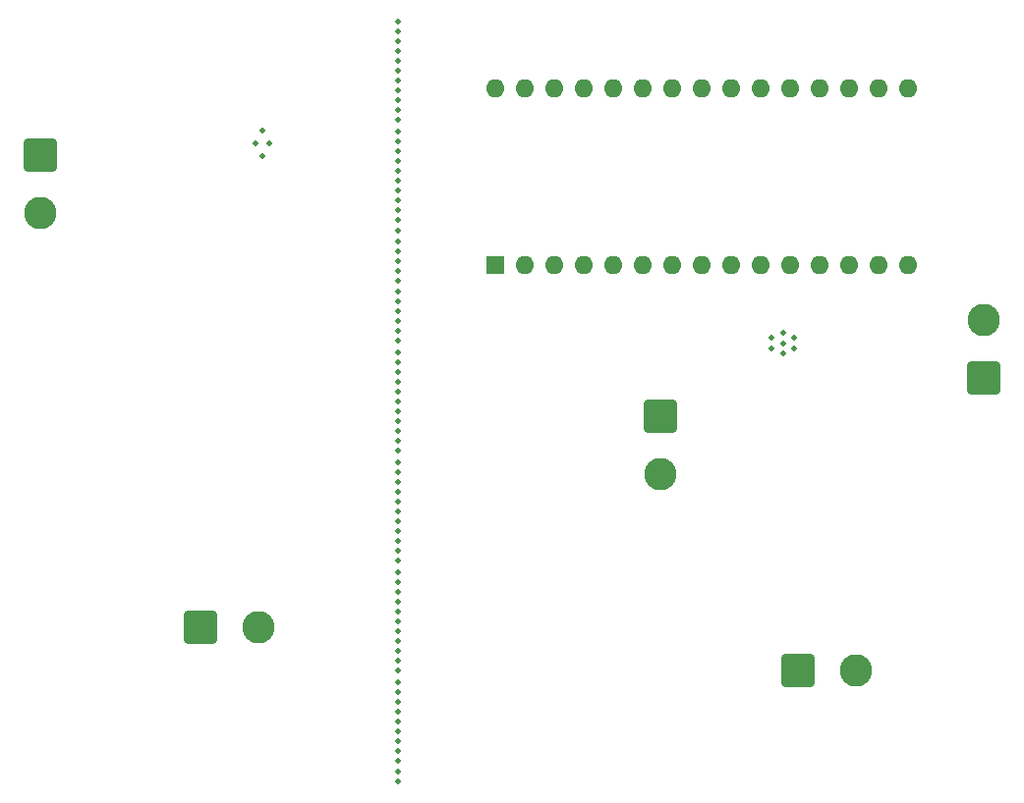
<source format=gbr>
%TF.GenerationSoftware,KiCad,Pcbnew,9.0.6*%
%TF.CreationDate,2026-01-16T13:55:08+01:00*%
%TF.ProjectId,Buck,4275636b-2e6b-4696-9361-645f70636258,rev?*%
%TF.SameCoordinates,Original*%
%TF.FileFunction,Soldermask,Bot*%
%TF.FilePolarity,Negative*%
%FSLAX46Y46*%
G04 Gerber Fmt 4.6, Leading zero omitted, Abs format (unit mm)*
G04 Created by KiCad (PCBNEW 9.0.6) date 2026-01-16 13:55:08*
%MOMM*%
%LPD*%
G01*
G04 APERTURE LIST*
G04 Aperture macros list*
%AMRoundRect*
0 Rectangle with rounded corners*
0 $1 Rounding radius*
0 $2 $3 $4 $5 $6 $7 $8 $9 X,Y pos of 4 corners*
0 Add a 4 corners polygon primitive as box body*
4,1,4,$2,$3,$4,$5,$6,$7,$8,$9,$2,$3,0*
0 Add four circle primitives for the rounded corners*
1,1,$1+$1,$2,$3*
1,1,$1+$1,$4,$5*
1,1,$1+$1,$6,$7*
1,1,$1+$1,$8,$9*
0 Add four rect primitives between the rounded corners*
20,1,$1+$1,$2,$3,$4,$5,0*
20,1,$1+$1,$4,$5,$6,$7,0*
20,1,$1+$1,$6,$7,$8,$9,0*
20,1,$1+$1,$8,$9,$2,$3,0*%
G04 Aperture macros list end*
%ADD10RoundRect,0.250001X1.149999X-1.149999X1.149999X1.149999X-1.149999X1.149999X-1.149999X-1.149999X0*%
%ADD11C,2.800000*%
%ADD12C,0.500000*%
%ADD13C,0.499999*%
%ADD14RoundRect,0.250001X-1.149999X-1.149999X1.149999X-1.149999X1.149999X1.149999X-1.149999X1.149999X0*%
%ADD15RoundRect,0.250001X-1.149999X1.149999X-1.149999X-1.149999X1.149999X-1.149999X1.149999X1.149999X0*%
%ADD16O,1.600000X1.600000*%
%ADD17R,1.600000X1.600000*%
G04 APERTURE END LIST*
D10*
%TO.C,J3*%
X223500000Y-126500000D03*
D11*
X223500000Y-121500000D03*
%TD*%
D12*
%TO.C,REF\u002A\u002A*%
X173000000Y-161250000D03*
X173000000Y-160400000D03*
X173000000Y-159550000D03*
X173000000Y-158700000D03*
X173000000Y-157850000D03*
X173000000Y-157000000D03*
X173000000Y-156150000D03*
X173000000Y-155300000D03*
X173000000Y-154450000D03*
X173000000Y-153600000D03*
X173000000Y-152750000D03*
%TD*%
%TO.C,REF\u002A\u002A*%
X173000000Y-151750000D03*
X173000000Y-150900000D03*
X173000000Y-150050000D03*
X173000000Y-149200000D03*
X173000000Y-148350000D03*
X173000000Y-147500000D03*
X173000000Y-146650000D03*
X173000000Y-145800000D03*
X173000000Y-144950000D03*
X173000000Y-144100000D03*
X173000000Y-143250000D03*
%TD*%
%TO.C,REF\u002A\u002A*%
X173000000Y-142250000D03*
X173000000Y-141400000D03*
X173000000Y-140550000D03*
X173000000Y-139700000D03*
X173000000Y-138850000D03*
X173000000Y-138000000D03*
X173000000Y-137150000D03*
X173000000Y-136300000D03*
X173000000Y-135450000D03*
X173000000Y-134600000D03*
X173000000Y-133750000D03*
%TD*%
%TO.C,REF\u002A\u002A*%
X173000000Y-132750000D03*
X173000000Y-131900000D03*
X173000000Y-131050000D03*
X173000000Y-130200000D03*
X173000000Y-129350000D03*
X173000000Y-128500000D03*
X173000000Y-127650000D03*
X173000000Y-126800000D03*
X173000000Y-125950000D03*
X173000000Y-125100000D03*
X173000000Y-124250000D03*
%TD*%
%TO.C,REF\u002A\u002A*%
X173000000Y-123250000D03*
X173000000Y-122400000D03*
X173000000Y-121550000D03*
X173000000Y-120700000D03*
X173000000Y-119850000D03*
X173000000Y-119000000D03*
X173000000Y-118150000D03*
X173000000Y-117300000D03*
X173000000Y-116450000D03*
X173000000Y-115600000D03*
X173000000Y-114750000D03*
%TD*%
%TO.C,REF\u002A\u002A*%
X173000000Y-113750000D03*
X173000000Y-112900000D03*
X173000000Y-112050000D03*
X173000000Y-111200000D03*
X173000000Y-110350000D03*
X173000000Y-109500000D03*
X173000000Y-108650000D03*
X173000000Y-107800000D03*
X173000000Y-106950000D03*
X173000000Y-106100000D03*
X173000000Y-105250000D03*
%TD*%
%TO.C,REF\u002A\u002A*%
X173000000Y-104250000D03*
X173000000Y-103400000D03*
X173000000Y-102550000D03*
X173000000Y-101700000D03*
X173000000Y-100850000D03*
X173000000Y-100000000D03*
X173000000Y-99150000D03*
X173000000Y-98300000D03*
X173000000Y-97450000D03*
X173000000Y-96600000D03*
X173000000Y-95750000D03*
%TD*%
D13*
%TO.C,U3*%
X206215002Y-122587502D03*
X207190001Y-123040001D03*
X205240003Y-123040001D03*
X206215002Y-123492502D03*
X207190001Y-123945000D03*
X205240003Y-123945000D03*
X206215002Y-124397501D03*
%TD*%
D14*
%TO.C,J5*%
X207500000Y-151750000D03*
D11*
X212500000Y-151750000D03*
%TD*%
D15*
%TO.C,J4*%
X195640000Y-129790000D03*
D11*
X195640000Y-134790000D03*
%TD*%
D16*
%TO.C,A1*%
X181440000Y-101510000D03*
X183980000Y-101510000D03*
X186520000Y-101510000D03*
X189060000Y-101510000D03*
X191600000Y-101510000D03*
X194140000Y-101510000D03*
X196680000Y-101510000D03*
X199220000Y-101510000D03*
X201760000Y-101510000D03*
X204300000Y-101510000D03*
X206840000Y-101510000D03*
X209380000Y-101510000D03*
X211920000Y-101510000D03*
X214460000Y-101510000D03*
X217000000Y-101510000D03*
X217000000Y-116750000D03*
X214460000Y-116750000D03*
X211920000Y-116750000D03*
X209380000Y-116750000D03*
X206840000Y-116750000D03*
X204300000Y-116750000D03*
X201760000Y-116750000D03*
X199220000Y-116750000D03*
X196680000Y-116750000D03*
X194140000Y-116750000D03*
X191600000Y-116750000D03*
X189060000Y-116750000D03*
X186520000Y-116750000D03*
X183980000Y-116750000D03*
D17*
X181440000Y-116750000D03*
%TD*%
D15*
%TO.C,J1*%
X142250000Y-107250000D03*
D11*
X142250000Y-112250000D03*
%TD*%
D14*
%TO.C,J2*%
X156000000Y-148000000D03*
D11*
X161000000Y-148000000D03*
%TD*%
D13*
%TO.C,U1*%
X160750002Y-106250000D03*
X161350001Y-105150000D03*
X161350001Y-107350000D03*
X161950000Y-106250000D03*
%TD*%
M02*

</source>
